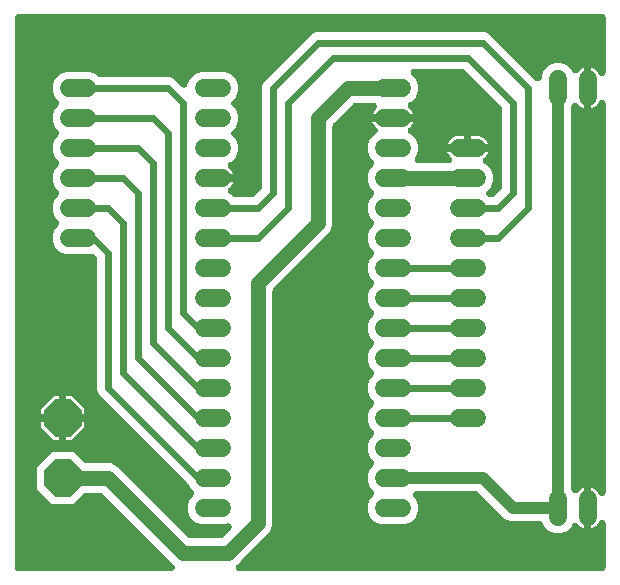
<source format=gbr>
G04 EAGLE Gerber RS-274X export*
G75*
%MOMM*%
%FSLAX34Y34*%
%LPD*%
%INTop Copper*%
%IPPOS*%
%AMOC8*
5,1,8,0,0,1.08239X$1,22.5*%
G01*
%ADD10C,1.524000*%
%ADD11P,3.409096X8X202.500000*%
%ADD12C,0.609600*%
%ADD13C,1.016000*%
%ADD14C,1.270000*%

G36*
X168118Y22864D02*
X168118Y22864D01*
X168156Y22862D01*
X168364Y22884D01*
X168572Y22901D01*
X168609Y22910D01*
X168647Y22914D01*
X168848Y22969D01*
X169051Y23019D01*
X169086Y23034D01*
X169123Y23045D01*
X169312Y23132D01*
X169504Y23214D01*
X169536Y23234D01*
X169571Y23250D01*
X169744Y23367D01*
X169920Y23479D01*
X169949Y23504D01*
X169980Y23526D01*
X170132Y23669D01*
X170288Y23808D01*
X170312Y23837D01*
X170340Y23863D01*
X170467Y24030D01*
X170598Y24192D01*
X170617Y24224D01*
X170640Y24255D01*
X170739Y24439D01*
X170842Y24620D01*
X170855Y24656D01*
X170873Y24690D01*
X170941Y24887D01*
X171014Y25083D01*
X171021Y25120D01*
X171033Y25156D01*
X171068Y25363D01*
X171108Y25567D01*
X171110Y25605D01*
X171116Y25643D01*
X171117Y25852D01*
X171124Y26060D01*
X171119Y26098D01*
X171119Y26136D01*
X171086Y26343D01*
X171059Y26549D01*
X171048Y26586D01*
X171042Y26623D01*
X170977Y26822D01*
X170917Y27021D01*
X170900Y27056D01*
X170888Y27092D01*
X170792Y27277D01*
X170700Y27465D01*
X170678Y27496D01*
X170660Y27530D01*
X170602Y27602D01*
X170414Y27867D01*
X170294Y27989D01*
X170235Y28063D01*
X166820Y31478D01*
X110037Y88261D01*
X109950Y88335D01*
X109870Y88416D01*
X109762Y88494D01*
X109661Y88580D01*
X109563Y88639D01*
X109471Y88706D01*
X109352Y88766D01*
X109238Y88835D01*
X109132Y88877D01*
X109030Y88929D01*
X108904Y88969D01*
X108780Y89018D01*
X108669Y89043D01*
X108560Y89077D01*
X108466Y89087D01*
X108299Y89125D01*
X107974Y89143D01*
X107882Y89153D01*
X95909Y89153D01*
X95795Y89144D01*
X95681Y89145D01*
X95549Y89124D01*
X95417Y89113D01*
X95306Y89086D01*
X95193Y89068D01*
X95067Y89027D01*
X94938Y88995D01*
X94833Y88950D01*
X94725Y88914D01*
X94607Y88852D01*
X94485Y88800D01*
X94388Y88739D01*
X94287Y88686D01*
X94213Y88627D01*
X94069Y88535D01*
X93826Y88319D01*
X93754Y88261D01*
X85248Y79755D01*
X67152Y79755D01*
X54355Y92552D01*
X54355Y110648D01*
X67152Y123445D01*
X85248Y123445D01*
X93754Y114939D01*
X93841Y114865D01*
X93921Y114784D01*
X94028Y114706D01*
X94130Y114620D01*
X94228Y114561D01*
X94320Y114494D01*
X94438Y114434D01*
X94552Y114365D01*
X94659Y114323D01*
X94760Y114271D01*
X94887Y114231D01*
X95010Y114182D01*
X95122Y114157D01*
X95231Y114123D01*
X95324Y114113D01*
X95492Y114075D01*
X95816Y114057D01*
X95909Y114047D01*
X116776Y114047D01*
X121351Y112152D01*
X182063Y51439D01*
X182150Y51365D01*
X182230Y51284D01*
X182338Y51206D01*
X182439Y51120D01*
X182537Y51061D01*
X182629Y50994D01*
X182748Y50934D01*
X182862Y50865D01*
X182968Y50823D01*
X183070Y50771D01*
X183196Y50731D01*
X183320Y50682D01*
X183431Y50657D01*
X183540Y50623D01*
X183634Y50613D01*
X183801Y50575D01*
X184126Y50557D01*
X184218Y50547D01*
X209482Y50547D01*
X209596Y50556D01*
X209710Y50555D01*
X209842Y50576D01*
X209974Y50587D01*
X210085Y50614D01*
X210198Y50632D01*
X210324Y50673D01*
X210453Y50705D01*
X210558Y50750D01*
X210666Y50786D01*
X210784Y50848D01*
X210906Y50900D01*
X211002Y50961D01*
X211104Y51014D01*
X211177Y51073D01*
X211322Y51165D01*
X211564Y51381D01*
X211637Y51439D01*
X218306Y58108D01*
X218398Y58217D01*
X218498Y58319D01*
X218558Y58405D01*
X218625Y58484D01*
X218699Y58607D01*
X218781Y58723D01*
X218826Y58817D01*
X218880Y58907D01*
X218933Y59039D01*
X218995Y59168D01*
X219024Y59268D01*
X219063Y59365D01*
X219094Y59504D01*
X219134Y59641D01*
X219147Y59744D01*
X219170Y59847D01*
X219178Y59989D01*
X219196Y60130D01*
X219192Y60235D01*
X219198Y60339D01*
X219183Y60481D01*
X219177Y60623D01*
X219156Y60726D01*
X219145Y60830D01*
X219108Y60967D01*
X219079Y61107D01*
X219042Y61205D01*
X219015Y61305D01*
X218955Y61435D01*
X218905Y61568D01*
X218853Y61659D01*
X218809Y61754D01*
X218729Y61872D01*
X218658Y61996D01*
X218592Y62077D01*
X218534Y62163D01*
X218436Y62267D01*
X218346Y62377D01*
X218267Y62447D01*
X218196Y62523D01*
X218083Y62609D01*
X217976Y62704D01*
X217887Y62759D01*
X217804Y62823D01*
X217679Y62890D01*
X217558Y62966D01*
X217462Y63007D01*
X217370Y63056D01*
X217235Y63102D01*
X217103Y63158D01*
X217002Y63182D01*
X216903Y63216D01*
X216762Y63240D01*
X216624Y63273D01*
X216520Y63281D01*
X216417Y63299D01*
X216274Y63300D01*
X216132Y63310D01*
X216028Y63301D01*
X215923Y63302D01*
X215782Y63280D01*
X215640Y63267D01*
X215565Y63246D01*
X215436Y63225D01*
X215024Y63089D01*
X214985Y63078D01*
X213548Y62483D01*
X192852Y62483D01*
X187810Y64572D01*
X183952Y68430D01*
X181863Y73472D01*
X181863Y78928D01*
X183952Y83970D01*
X186727Y86745D01*
X186776Y86803D01*
X186832Y86856D01*
X186936Y86991D01*
X187046Y87121D01*
X187086Y87186D01*
X187132Y87247D01*
X187213Y87397D01*
X187301Y87544D01*
X187329Y87615D01*
X187365Y87682D01*
X187421Y87843D01*
X187484Y88002D01*
X187500Y88076D01*
X187525Y88148D01*
X187554Y88317D01*
X187591Y88484D01*
X187595Y88560D01*
X187608Y88635D01*
X187609Y88806D01*
X187618Y88976D01*
X187610Y89052D01*
X187611Y89128D01*
X187584Y89297D01*
X187566Y89467D01*
X187546Y89540D01*
X187534Y89615D01*
X187481Y89778D01*
X187436Y89942D01*
X187404Y90012D01*
X187380Y90084D01*
X187301Y90235D01*
X187230Y90391D01*
X187187Y90454D01*
X187152Y90522D01*
X187086Y90604D01*
X186954Y90800D01*
X186793Y90972D01*
X186727Y91055D01*
X183952Y93830D01*
X183204Y95636D01*
X183199Y95645D01*
X183196Y95654D01*
X183088Y95861D01*
X182979Y96075D01*
X182973Y96083D01*
X182968Y96091D01*
X182943Y96123D01*
X182686Y96472D01*
X182592Y96563D01*
X182543Y96625D01*
X182319Y96849D01*
X106547Y172620D01*
X105155Y175981D01*
X105155Y287050D01*
X105146Y287164D01*
X105147Y287278D01*
X105126Y287409D01*
X105115Y287542D01*
X105088Y287652D01*
X105070Y287765D01*
X105029Y287891D01*
X104997Y288020D01*
X104952Y288125D01*
X104916Y288234D01*
X104855Y288352D01*
X104802Y288474D01*
X104741Y288570D01*
X104688Y288671D01*
X104629Y288745D01*
X104537Y288890D01*
X104321Y289132D01*
X104263Y289205D01*
X102905Y290562D01*
X102739Y290703D01*
X102575Y290848D01*
X102551Y290863D01*
X102530Y290881D01*
X102343Y290994D01*
X102158Y291110D01*
X102131Y291121D01*
X102107Y291136D01*
X101905Y291217D01*
X101703Y291302D01*
X101675Y291309D01*
X101649Y291319D01*
X101436Y291366D01*
X101223Y291418D01*
X101195Y291420D01*
X101167Y291426D01*
X100949Y291438D01*
X100731Y291454D01*
X100703Y291452D01*
X100675Y291454D01*
X100457Y291430D01*
X100240Y291411D01*
X100218Y291405D01*
X100184Y291401D01*
X99708Y291271D01*
X99635Y291237D01*
X99585Y291223D01*
X99248Y291083D01*
X78552Y291083D01*
X73510Y293172D01*
X69652Y297030D01*
X67563Y302072D01*
X67563Y307528D01*
X69652Y312570D01*
X72427Y315345D01*
X72476Y315403D01*
X72532Y315456D01*
X72636Y315591D01*
X72746Y315721D01*
X72786Y315786D01*
X72832Y315847D01*
X72913Y315997D01*
X73001Y316144D01*
X73029Y316215D01*
X73065Y316282D01*
X73121Y316443D01*
X73184Y316602D01*
X73200Y316676D01*
X73225Y316748D01*
X73254Y316917D01*
X73291Y317084D01*
X73295Y317160D01*
X73308Y317235D01*
X73309Y317406D01*
X73318Y317576D01*
X73310Y317652D01*
X73311Y317728D01*
X73284Y317897D01*
X73266Y318067D01*
X73246Y318140D01*
X73234Y318215D01*
X73181Y318378D01*
X73136Y318542D01*
X73104Y318612D01*
X73080Y318684D01*
X73001Y318835D01*
X72930Y318991D01*
X72887Y319054D01*
X72852Y319122D01*
X72786Y319204D01*
X72654Y319400D01*
X72493Y319572D01*
X72427Y319655D01*
X69651Y322430D01*
X67563Y327472D01*
X67563Y332928D01*
X69652Y337970D01*
X72427Y340745D01*
X72476Y340803D01*
X72532Y340856D01*
X72636Y340991D01*
X72746Y341121D01*
X72786Y341186D01*
X72832Y341247D01*
X72913Y341397D01*
X73001Y341544D01*
X73029Y341615D01*
X73065Y341682D01*
X73121Y341843D01*
X73184Y342002D01*
X73200Y342076D01*
X73225Y342148D01*
X73254Y342317D01*
X73291Y342484D01*
X73295Y342560D01*
X73308Y342635D01*
X73309Y342806D01*
X73318Y342976D01*
X73310Y343052D01*
X73311Y343128D01*
X73284Y343297D01*
X73266Y343467D01*
X73246Y343540D01*
X73234Y343615D01*
X73181Y343778D01*
X73136Y343942D01*
X73104Y344012D01*
X73080Y344084D01*
X73001Y344235D01*
X72930Y344391D01*
X72887Y344454D01*
X72852Y344522D01*
X72786Y344604D01*
X72654Y344800D01*
X72493Y344972D01*
X72427Y345055D01*
X69651Y347830D01*
X67563Y352872D01*
X67563Y358328D01*
X69652Y363370D01*
X72427Y366145D01*
X72476Y366203D01*
X72532Y366256D01*
X72636Y366391D01*
X72746Y366521D01*
X72786Y366586D01*
X72832Y366647D01*
X72913Y366797D01*
X73001Y366944D01*
X73029Y367015D01*
X73065Y367082D01*
X73121Y367243D01*
X73184Y367402D01*
X73200Y367476D01*
X73225Y367548D01*
X73254Y367717D01*
X73291Y367884D01*
X73295Y367960D01*
X73308Y368035D01*
X73309Y368206D01*
X73318Y368376D01*
X73310Y368452D01*
X73311Y368528D01*
X73284Y368697D01*
X73266Y368867D01*
X73246Y368940D01*
X73234Y369015D01*
X73181Y369178D01*
X73136Y369342D01*
X73104Y369412D01*
X73080Y369484D01*
X73001Y369635D01*
X72930Y369791D01*
X72887Y369854D01*
X72852Y369922D01*
X72786Y370004D01*
X72654Y370200D01*
X72493Y370372D01*
X72427Y370455D01*
X69651Y373230D01*
X67563Y378272D01*
X67563Y383728D01*
X69652Y388770D01*
X72427Y391545D01*
X72476Y391603D01*
X72532Y391656D01*
X72636Y391791D01*
X72746Y391921D01*
X72786Y391986D01*
X72832Y392047D01*
X72913Y392197D01*
X73001Y392344D01*
X73029Y392415D01*
X73065Y392482D01*
X73121Y392643D01*
X73184Y392802D01*
X73200Y392876D01*
X73225Y392948D01*
X73254Y393117D01*
X73291Y393284D01*
X73295Y393360D01*
X73308Y393435D01*
X73309Y393606D01*
X73318Y393776D01*
X73310Y393852D01*
X73311Y393928D01*
X73284Y394097D01*
X73266Y394267D01*
X73246Y394340D01*
X73234Y394415D01*
X73181Y394578D01*
X73136Y394742D01*
X73104Y394812D01*
X73080Y394884D01*
X73001Y395035D01*
X72930Y395191D01*
X72887Y395254D01*
X72852Y395322D01*
X72786Y395404D01*
X72654Y395600D01*
X72493Y395772D01*
X72427Y395855D01*
X69651Y398630D01*
X67563Y403672D01*
X67563Y409128D01*
X69652Y414170D01*
X72427Y416945D01*
X72476Y417003D01*
X72532Y417056D01*
X72636Y417191D01*
X72746Y417321D01*
X72786Y417386D01*
X72832Y417447D01*
X72913Y417597D01*
X73001Y417744D01*
X73029Y417815D01*
X73065Y417882D01*
X73121Y418043D01*
X73184Y418202D01*
X73200Y418276D01*
X73225Y418348D01*
X73254Y418517D01*
X73291Y418684D01*
X73295Y418760D01*
X73308Y418835D01*
X73309Y419006D01*
X73318Y419176D01*
X73310Y419252D01*
X73311Y419328D01*
X73284Y419497D01*
X73266Y419667D01*
X73246Y419740D01*
X73234Y419815D01*
X73181Y419978D01*
X73136Y420142D01*
X73104Y420212D01*
X73080Y420284D01*
X73001Y420435D01*
X72930Y420591D01*
X72887Y420654D01*
X72852Y420722D01*
X72786Y420804D01*
X72654Y421000D01*
X72493Y421172D01*
X72427Y421255D01*
X69651Y424030D01*
X67563Y429072D01*
X67563Y434528D01*
X69652Y439570D01*
X73510Y443428D01*
X78552Y445517D01*
X99248Y445517D01*
X104290Y443429D01*
X105881Y441837D01*
X105968Y441763D01*
X106048Y441682D01*
X106156Y441604D01*
X106257Y441518D01*
X106355Y441459D01*
X106447Y441392D01*
X106566Y441332D01*
X106680Y441263D01*
X106786Y441221D01*
X106888Y441169D01*
X107014Y441129D01*
X107138Y441080D01*
X107249Y441055D01*
X107358Y441021D01*
X107452Y441011D01*
X107619Y440973D01*
X107944Y440955D01*
X108036Y440945D01*
X166919Y440945D01*
X170280Y439553D01*
X176717Y433115D01*
X176855Y432999D01*
X176987Y432876D01*
X177043Y432839D01*
X177093Y432796D01*
X177248Y432703D01*
X177398Y432603D01*
X177459Y432576D01*
X177516Y432541D01*
X177683Y432474D01*
X177848Y432400D01*
X177912Y432383D01*
X177974Y432358D01*
X178150Y432319D01*
X178324Y432272D01*
X178391Y432266D01*
X178456Y432251D01*
X178636Y432241D01*
X178815Y432223D01*
X178882Y432227D01*
X178948Y432224D01*
X179128Y432243D01*
X179308Y432254D01*
X179373Y432269D01*
X179439Y432276D01*
X179613Y432324D01*
X179789Y432364D01*
X179850Y432389D01*
X179914Y432407D01*
X180079Y432482D01*
X180246Y432550D01*
X180302Y432584D01*
X180363Y432612D01*
X180513Y432713D01*
X180667Y432807D01*
X180717Y432851D01*
X180772Y432888D01*
X180904Y433011D01*
X181040Y433129D01*
X181083Y433180D01*
X181132Y433225D01*
X181241Y433368D01*
X181358Y433507D01*
X181383Y433553D01*
X181432Y433617D01*
X181665Y434052D01*
X181676Y434083D01*
X181687Y434104D01*
X183952Y439570D01*
X187810Y443428D01*
X192852Y445517D01*
X213548Y445517D01*
X218590Y443428D01*
X222448Y439570D01*
X224537Y434528D01*
X224537Y429072D01*
X222449Y424030D01*
X219673Y421255D01*
X219624Y421197D01*
X219568Y421145D01*
X219464Y421009D01*
X219354Y420879D01*
X219314Y420813D01*
X219268Y420753D01*
X219187Y420603D01*
X219099Y420456D01*
X219071Y420386D01*
X219035Y420318D01*
X218979Y420157D01*
X218916Y419998D01*
X218900Y419924D01*
X218875Y419852D01*
X218846Y419683D01*
X218809Y419517D01*
X218805Y419440D01*
X218792Y419365D01*
X218791Y419194D01*
X218782Y419024D01*
X218790Y418948D01*
X218789Y418872D01*
X218816Y418703D01*
X218834Y418533D01*
X218854Y418460D01*
X218866Y418385D01*
X218919Y418222D01*
X218964Y418058D01*
X218996Y417988D01*
X219020Y417916D01*
X219099Y417764D01*
X219170Y417609D01*
X219213Y417546D01*
X219248Y417478D01*
X219314Y417396D01*
X219446Y417200D01*
X219586Y417050D01*
X219590Y417044D01*
X219610Y417025D01*
X219673Y416945D01*
X222448Y414170D01*
X224537Y409128D01*
X224537Y403672D01*
X222449Y398630D01*
X219673Y395855D01*
X219624Y395797D01*
X219568Y395745D01*
X219464Y395609D01*
X219354Y395479D01*
X219314Y395413D01*
X219268Y395353D01*
X219187Y395203D01*
X219099Y395056D01*
X219071Y394986D01*
X219035Y394918D01*
X218979Y394757D01*
X218916Y394598D01*
X218900Y394524D01*
X218875Y394452D01*
X218846Y394283D01*
X218809Y394117D01*
X218805Y394040D01*
X218792Y393965D01*
X218791Y393794D01*
X218782Y393624D01*
X218790Y393548D01*
X218789Y393472D01*
X218816Y393303D01*
X218834Y393133D01*
X218854Y393060D01*
X218866Y392985D01*
X218919Y392822D01*
X218964Y392658D01*
X218996Y392588D01*
X219020Y392516D01*
X219099Y392364D01*
X219170Y392209D01*
X219213Y392146D01*
X219248Y392078D01*
X219314Y391996D01*
X219446Y391800D01*
X219608Y391628D01*
X219673Y391545D01*
X222448Y388770D01*
X224537Y383728D01*
X224537Y378272D01*
X222448Y373230D01*
X218590Y369372D01*
X217606Y368964D01*
X217452Y368885D01*
X217294Y368814D01*
X217233Y368773D01*
X217167Y368739D01*
X217028Y368636D01*
X216884Y368540D01*
X216829Y368490D01*
X216770Y368446D01*
X216649Y368322D01*
X216522Y368204D01*
X216477Y368146D01*
X216425Y368093D01*
X216326Y367951D01*
X216220Y367814D01*
X216185Y367749D01*
X216142Y367689D01*
X216067Y367533D01*
X215985Y367381D01*
X215960Y367311D01*
X215928Y367244D01*
X215879Y367078D01*
X215823Y366915D01*
X215810Y366842D01*
X215789Y366771D01*
X215767Y366599D01*
X215738Y366429D01*
X215737Y366355D01*
X215728Y366281D01*
X215734Y366109D01*
X215732Y365936D01*
X215743Y365862D01*
X215746Y365788D01*
X215780Y365619D01*
X215806Y365448D01*
X215829Y365377D01*
X215844Y365305D01*
X215905Y365143D01*
X215958Y364979D01*
X215992Y364913D01*
X216018Y364843D01*
X216105Y364694D01*
X216184Y364540D01*
X216228Y364480D01*
X216265Y364416D01*
X216374Y364283D01*
X216477Y364143D01*
X216520Y364104D01*
X216577Y364034D01*
X216947Y363708D01*
X216968Y363695D01*
X216981Y363683D01*
X217439Y363350D01*
X218570Y362219D01*
X219510Y360925D01*
X220236Y359500D01*
X220513Y358647D01*
X203200Y358647D01*
X203124Y358641D01*
X203048Y358644D01*
X202879Y358621D01*
X202709Y358607D01*
X202635Y358589D01*
X202559Y358579D01*
X202395Y358530D01*
X202230Y358489D01*
X202160Y358459D01*
X202087Y358437D01*
X201933Y358362D01*
X201776Y358294D01*
X201712Y358253D01*
X201644Y358220D01*
X201504Y358121D01*
X201360Y358029D01*
X201304Y357978D01*
X201241Y357934D01*
X201120Y357814D01*
X200992Y357700D01*
X200945Y357641D01*
X200890Y357588D01*
X200790Y357449D01*
X200683Y357317D01*
X200645Y357250D01*
X200600Y357189D01*
X200523Y357036D01*
X200439Y356888D01*
X200412Y356816D01*
X200378Y356748D01*
X200326Y356586D01*
X200267Y356425D01*
X200252Y356351D01*
X200229Y356278D01*
X200218Y356173D01*
X200172Y355941D01*
X200165Y355705D01*
X200153Y355600D01*
X200159Y355524D01*
X200157Y355448D01*
X200179Y355278D01*
X200193Y355108D01*
X200211Y355034D01*
X200221Y354959D01*
X200271Y354795D01*
X200312Y354629D01*
X200342Y354559D01*
X200364Y354486D01*
X200439Y354333D01*
X200506Y354176D01*
X200547Y354112D01*
X200581Y354043D01*
X200680Y353904D01*
X200771Y353760D01*
X200822Y353703D01*
X200866Y353641D01*
X200986Y353519D01*
X201100Y353392D01*
X201159Y353344D01*
X201213Y353290D01*
X201351Y353189D01*
X201484Y353082D01*
X201550Y353044D01*
X201612Y352999D01*
X201764Y352923D01*
X201913Y352838D01*
X201984Y352811D01*
X202052Y352777D01*
X202215Y352726D01*
X202375Y352666D01*
X202450Y352652D01*
X202523Y352629D01*
X202627Y352617D01*
X202859Y352572D01*
X203095Y352564D01*
X203200Y352553D01*
X220513Y352553D01*
X220236Y351700D01*
X219510Y350275D01*
X218570Y348981D01*
X217439Y347850D01*
X216981Y347517D01*
X216850Y347404D01*
X216713Y347298D01*
X216663Y347244D01*
X216606Y347195D01*
X216495Y347063D01*
X216377Y346936D01*
X216336Y346874D01*
X216289Y346818D01*
X216200Y346669D01*
X216105Y346525D01*
X216074Y346458D01*
X216036Y346394D01*
X215973Y346233D01*
X215902Y346076D01*
X215883Y346004D01*
X215856Y345935D01*
X215819Y345766D01*
X215774Y345599D01*
X215767Y345525D01*
X215751Y345453D01*
X215742Y345280D01*
X215725Y345108D01*
X215730Y345034D01*
X215726Y344960D01*
X215745Y344788D01*
X215756Y344616D01*
X215772Y344544D01*
X215781Y344470D01*
X215827Y344303D01*
X215866Y344135D01*
X215894Y344066D01*
X215914Y343995D01*
X215986Y343838D01*
X216052Y343678D01*
X216090Y343615D01*
X216122Y343547D01*
X216219Y343405D01*
X216309Y343257D01*
X216357Y343201D01*
X216399Y343140D01*
X216518Y343014D01*
X216631Y342883D01*
X216688Y342835D01*
X216739Y342782D01*
X216876Y342677D01*
X217009Y342566D01*
X217060Y342538D01*
X217132Y342483D01*
X217567Y342252D01*
X217591Y342244D01*
X217606Y342236D01*
X218590Y341828D01*
X220181Y340237D01*
X220268Y340163D01*
X220348Y340082D01*
X220456Y340004D01*
X220557Y339918D01*
X220655Y339859D01*
X220747Y339792D01*
X220866Y339732D01*
X220980Y339663D01*
X221086Y339621D01*
X221188Y339569D01*
X221314Y339529D01*
X221438Y339480D01*
X221549Y339455D01*
X221658Y339421D01*
X221752Y339411D01*
X221919Y339373D01*
X222244Y339355D01*
X222336Y339345D01*
X236250Y339345D01*
X236364Y339354D01*
X236478Y339353D01*
X236609Y339374D01*
X236742Y339385D01*
X236852Y339412D01*
X236965Y339430D01*
X237092Y339471D01*
X237220Y339503D01*
X237325Y339548D01*
X237434Y339584D01*
X237552Y339646D01*
X237674Y339698D01*
X237770Y339759D01*
X237871Y339812D01*
X237945Y339871D01*
X238090Y339963D01*
X238332Y340179D01*
X238405Y340237D01*
X243963Y345795D01*
X244037Y345882D01*
X244118Y345963D01*
X244196Y346070D01*
X244282Y346171D01*
X244341Y346269D01*
X244408Y346361D01*
X244468Y346480D01*
X244537Y346594D01*
X244579Y346700D01*
X244631Y346802D01*
X244671Y346929D01*
X244720Y347052D01*
X244745Y347163D01*
X244779Y347272D01*
X244789Y347366D01*
X244827Y347534D01*
X244845Y347858D01*
X244855Y347950D01*
X244855Y433619D01*
X246247Y436980D01*
X286920Y477653D01*
X290281Y479045D01*
X433619Y479045D01*
X436980Y477653D01*
X474651Y439981D01*
X476381Y438251D01*
X476410Y438227D01*
X476436Y438198D01*
X476598Y438067D01*
X476757Y437932D01*
X476790Y437912D01*
X476820Y437888D01*
X477001Y437785D01*
X477180Y437677D01*
X477215Y437663D01*
X477248Y437644D01*
X477444Y437571D01*
X477638Y437494D01*
X477675Y437486D01*
X477711Y437473D01*
X477915Y437433D01*
X478119Y437387D01*
X478158Y437385D01*
X478195Y437378D01*
X478403Y437371D01*
X478612Y437360D01*
X478650Y437364D01*
X478688Y437363D01*
X478895Y437390D01*
X479103Y437412D01*
X479139Y437422D01*
X479177Y437427D01*
X479378Y437487D01*
X479578Y437543D01*
X479613Y437558D01*
X479650Y437569D01*
X479837Y437661D01*
X480027Y437748D01*
X480058Y437770D01*
X480093Y437786D01*
X480263Y437907D01*
X480436Y438024D01*
X480464Y438050D01*
X480495Y438072D01*
X480643Y438219D01*
X480796Y438361D01*
X480819Y438392D01*
X480846Y438419D01*
X480969Y438587D01*
X481096Y438753D01*
X481114Y438787D01*
X481136Y438817D01*
X481230Y439004D01*
X481329Y439188D01*
X481341Y439224D01*
X481359Y439258D01*
X481422Y439457D01*
X481489Y439654D01*
X481495Y439692D01*
X481507Y439728D01*
X481517Y439821D01*
X481572Y440141D01*
X481573Y440313D01*
X481583Y440406D01*
X481583Y442148D01*
X483672Y447190D01*
X487530Y451048D01*
X492572Y453137D01*
X498028Y453137D01*
X503070Y451048D01*
X506928Y447190D01*
X507336Y446206D01*
X507415Y446052D01*
X507486Y445894D01*
X507527Y445833D01*
X507561Y445767D01*
X507664Y445627D01*
X507760Y445484D01*
X507810Y445429D01*
X507854Y445370D01*
X507978Y445249D01*
X508096Y445123D01*
X508154Y445077D01*
X508207Y445025D01*
X508349Y444926D01*
X508486Y444820D01*
X508551Y444785D01*
X508611Y444742D01*
X508767Y444667D01*
X508919Y444585D01*
X508989Y444561D01*
X509056Y444528D01*
X509222Y444479D01*
X509385Y444423D01*
X509458Y444410D01*
X509529Y444389D01*
X509701Y444367D01*
X509871Y444338D01*
X509945Y444337D01*
X510019Y444328D01*
X510191Y444334D01*
X510364Y444332D01*
X510438Y444343D01*
X510512Y444346D01*
X510681Y444380D01*
X510852Y444406D01*
X510922Y444429D01*
X510995Y444444D01*
X511157Y444505D01*
X511321Y444558D01*
X511387Y444592D01*
X511457Y444618D01*
X511606Y444705D01*
X511760Y444784D01*
X511820Y444828D01*
X511884Y444865D01*
X512018Y444975D01*
X512157Y445077D01*
X512196Y445120D01*
X512266Y445177D01*
X512592Y445547D01*
X512605Y445568D01*
X512617Y445581D01*
X512950Y446039D01*
X514081Y447170D01*
X515375Y448110D01*
X516800Y448836D01*
X517653Y449113D01*
X517653Y431800D01*
X517653Y414487D01*
X516800Y414764D01*
X515375Y415490D01*
X514081Y416430D01*
X512950Y417561D01*
X512617Y418019D01*
X512504Y418150D01*
X512398Y418287D01*
X512344Y418337D01*
X512295Y418394D01*
X512163Y418505D01*
X512036Y418622D01*
X511974Y418664D01*
X511918Y418711D01*
X511770Y418799D01*
X511625Y418895D01*
X511558Y418926D01*
X511494Y418964D01*
X511333Y419027D01*
X511176Y419098D01*
X511104Y419117D01*
X511035Y419144D01*
X510866Y419181D01*
X510699Y419226D01*
X510625Y419233D01*
X510553Y419249D01*
X510380Y419258D01*
X510208Y419275D01*
X510134Y419270D01*
X510060Y419274D01*
X509888Y419255D01*
X509716Y419244D01*
X509644Y419228D01*
X509570Y419219D01*
X509403Y419173D01*
X509235Y419134D01*
X509166Y419106D01*
X509095Y419086D01*
X508938Y419014D01*
X508778Y418948D01*
X508715Y418910D01*
X508647Y418878D01*
X508505Y418781D01*
X508357Y418691D01*
X508301Y418643D01*
X508239Y418601D01*
X508114Y418482D01*
X507983Y418369D01*
X507935Y418312D01*
X507882Y418261D01*
X507777Y418123D01*
X507666Y417991D01*
X507638Y417940D01*
X507583Y417868D01*
X507352Y417432D01*
X507345Y417409D01*
X507336Y417394D01*
X506709Y415879D01*
X506706Y415870D01*
X506701Y415862D01*
X506630Y415634D01*
X506557Y415410D01*
X506556Y415400D01*
X506553Y415391D01*
X506548Y415351D01*
X506484Y414922D01*
X506486Y414791D01*
X506477Y414713D01*
X506477Y93287D01*
X506478Y93277D01*
X506477Y93267D01*
X506498Y93030D01*
X506517Y92795D01*
X506519Y92786D01*
X506520Y92776D01*
X506531Y92737D01*
X506635Y92316D01*
X506687Y92196D01*
X506709Y92121D01*
X507336Y90606D01*
X507415Y90452D01*
X507486Y90294D01*
X507527Y90233D01*
X507561Y90167D01*
X507664Y90027D01*
X507760Y89884D01*
X507810Y89829D01*
X507854Y89770D01*
X507978Y89649D01*
X508096Y89523D01*
X508154Y89477D01*
X508207Y89425D01*
X508349Y89326D01*
X508486Y89220D01*
X508551Y89185D01*
X508611Y89142D01*
X508767Y89067D01*
X508919Y88985D01*
X508989Y88961D01*
X509056Y88928D01*
X509222Y88879D01*
X509385Y88823D01*
X509458Y88810D01*
X509529Y88789D01*
X509701Y88767D01*
X509871Y88738D01*
X509945Y88737D01*
X510019Y88728D01*
X510191Y88734D01*
X510364Y88732D01*
X510438Y88743D01*
X510512Y88746D01*
X510681Y88780D01*
X510852Y88806D01*
X510922Y88829D01*
X510995Y88844D01*
X511157Y88905D01*
X511321Y88958D01*
X511387Y88992D01*
X511457Y89018D01*
X511606Y89105D01*
X511760Y89184D01*
X511820Y89228D01*
X511884Y89265D01*
X512018Y89375D01*
X512157Y89477D01*
X512196Y89520D01*
X512266Y89577D01*
X512592Y89947D01*
X512605Y89968D01*
X512617Y89981D01*
X512950Y90439D01*
X514081Y91570D01*
X515375Y92510D01*
X516800Y93236D01*
X517653Y93513D01*
X517653Y76200D01*
X517653Y58887D01*
X516800Y59164D01*
X515375Y59890D01*
X514081Y60830D01*
X512950Y61961D01*
X512617Y62419D01*
X512504Y62550D01*
X512398Y62687D01*
X512344Y62737D01*
X512295Y62794D01*
X512163Y62905D01*
X512036Y63022D01*
X511974Y63064D01*
X511918Y63111D01*
X511770Y63199D01*
X511625Y63295D01*
X511558Y63326D01*
X511494Y63364D01*
X511333Y63427D01*
X511176Y63498D01*
X511104Y63517D01*
X511035Y63544D01*
X510866Y63581D01*
X510699Y63626D01*
X510625Y63633D01*
X510553Y63649D01*
X510380Y63658D01*
X510208Y63675D01*
X510134Y63670D01*
X510060Y63674D01*
X509888Y63655D01*
X509716Y63644D01*
X509644Y63628D01*
X509570Y63619D01*
X509403Y63573D01*
X509235Y63534D01*
X509166Y63506D01*
X509095Y63486D01*
X508938Y63413D01*
X508778Y63348D01*
X508715Y63310D01*
X508647Y63278D01*
X508504Y63181D01*
X508357Y63091D01*
X508301Y63043D01*
X508239Y63001D01*
X508114Y62882D01*
X507983Y62769D01*
X507935Y62712D01*
X507882Y62661D01*
X507777Y62524D01*
X507666Y62391D01*
X507638Y62340D01*
X507583Y62268D01*
X507352Y61832D01*
X507345Y61809D01*
X507336Y61794D01*
X506928Y60810D01*
X503070Y56952D01*
X498028Y54863D01*
X492572Y54863D01*
X487530Y56952D01*
X483671Y60810D01*
X482706Y63142D01*
X482606Y63336D01*
X482510Y63533D01*
X482493Y63556D01*
X482480Y63581D01*
X482351Y63757D01*
X482224Y63935D01*
X482204Y63955D01*
X482187Y63978D01*
X482032Y64130D01*
X481878Y64286D01*
X481855Y64303D01*
X481834Y64323D01*
X481655Y64448D01*
X481479Y64576D01*
X481454Y64589D01*
X481430Y64606D01*
X481233Y64701D01*
X481038Y64799D01*
X481011Y64807D01*
X480986Y64820D01*
X480776Y64881D01*
X480568Y64947D01*
X480545Y64950D01*
X480513Y64959D01*
X480023Y65020D01*
X479943Y65017D01*
X479890Y65023D01*
X454977Y65023D01*
X450869Y66725D01*
X428063Y89531D01*
X427976Y89605D01*
X427896Y89686D01*
X427788Y89764D01*
X427687Y89850D01*
X427589Y89909D01*
X427497Y89976D01*
X427379Y90036D01*
X427264Y90105D01*
X427158Y90147D01*
X427056Y90199D01*
X426930Y90239D01*
X426806Y90288D01*
X426695Y90313D01*
X426586Y90347D01*
X426492Y90357D01*
X426325Y90395D01*
X426000Y90413D01*
X425908Y90423D01*
X375752Y90423D01*
X375714Y90420D01*
X375676Y90422D01*
X375468Y90400D01*
X375260Y90383D01*
X375223Y90374D01*
X375185Y90370D01*
X374984Y90315D01*
X374781Y90265D01*
X374746Y90250D01*
X374709Y90239D01*
X374519Y90152D01*
X374328Y90070D01*
X374296Y90050D01*
X374261Y90034D01*
X374087Y89917D01*
X373912Y89805D01*
X373883Y89780D01*
X373852Y89758D01*
X373700Y89615D01*
X373544Y89476D01*
X373520Y89447D01*
X373492Y89420D01*
X373365Y89255D01*
X373234Y89092D01*
X373215Y89059D01*
X373192Y89029D01*
X373093Y88845D01*
X372990Y88664D01*
X372977Y88628D01*
X372959Y88594D01*
X372891Y88397D01*
X372818Y88201D01*
X372811Y88164D01*
X372799Y88128D01*
X372764Y87921D01*
X372724Y87717D01*
X372723Y87679D01*
X372716Y87641D01*
X372715Y87432D01*
X372708Y87224D01*
X372713Y87186D01*
X372713Y87148D01*
X372746Y86941D01*
X372773Y86735D01*
X372784Y86698D01*
X372790Y86661D01*
X372855Y86462D01*
X372915Y86263D01*
X372932Y86228D01*
X372944Y86192D01*
X373041Y86007D01*
X373132Y85819D01*
X373154Y85788D01*
X373172Y85754D01*
X373230Y85682D01*
X373418Y85417D01*
X373538Y85295D01*
X373597Y85221D01*
X374849Y83970D01*
X376937Y78928D01*
X376937Y73472D01*
X374848Y68430D01*
X370990Y64572D01*
X365948Y62483D01*
X345252Y62483D01*
X340210Y64572D01*
X336352Y68430D01*
X334263Y73472D01*
X334263Y78928D01*
X336352Y83970D01*
X339127Y86745D01*
X339176Y86803D01*
X339232Y86856D01*
X339336Y86991D01*
X339446Y87121D01*
X339486Y87186D01*
X339532Y87247D01*
X339613Y87397D01*
X339701Y87544D01*
X339729Y87615D01*
X339765Y87682D01*
X339821Y87843D01*
X339884Y88002D01*
X339900Y88076D01*
X339925Y88148D01*
X339954Y88317D01*
X339991Y88484D01*
X339995Y88560D01*
X340008Y88635D01*
X340009Y88806D01*
X340018Y88976D01*
X340010Y89052D01*
X340011Y89128D01*
X339984Y89297D01*
X339966Y89467D01*
X339946Y89540D01*
X339934Y89615D01*
X339881Y89778D01*
X339836Y89942D01*
X339804Y90012D01*
X339780Y90084D01*
X339701Y90235D01*
X339630Y90391D01*
X339587Y90454D01*
X339552Y90522D01*
X339486Y90604D01*
X339354Y90800D01*
X339193Y90972D01*
X339127Y91055D01*
X336351Y93830D01*
X334263Y98872D01*
X334263Y104328D01*
X336352Y109370D01*
X339127Y112145D01*
X339143Y112165D01*
X339158Y112178D01*
X339187Y112213D01*
X339232Y112256D01*
X339336Y112391D01*
X339446Y112521D01*
X339486Y112586D01*
X339532Y112647D01*
X339613Y112797D01*
X339701Y112944D01*
X339729Y113015D01*
X339765Y113082D01*
X339821Y113243D01*
X339884Y113402D01*
X339900Y113476D01*
X339925Y113548D01*
X339954Y113717D01*
X339991Y113884D01*
X339995Y113960D01*
X340008Y114035D01*
X340009Y114206D01*
X340018Y114376D01*
X340010Y114452D01*
X340011Y114528D01*
X339984Y114697D01*
X339966Y114867D01*
X339946Y114940D01*
X339934Y115015D01*
X339881Y115178D01*
X339836Y115342D01*
X339804Y115412D01*
X339780Y115484D01*
X339701Y115635D01*
X339630Y115791D01*
X339587Y115854D01*
X339552Y115922D01*
X339486Y116004D01*
X339354Y116200D01*
X339193Y116372D01*
X339127Y116455D01*
X336351Y119230D01*
X334263Y124272D01*
X334263Y129728D01*
X336352Y134770D01*
X339127Y137545D01*
X339176Y137603D01*
X339232Y137656D01*
X339336Y137791D01*
X339446Y137921D01*
X339486Y137986D01*
X339532Y138047D01*
X339613Y138197D01*
X339701Y138344D01*
X339729Y138415D01*
X339765Y138482D01*
X339821Y138643D01*
X339884Y138802D01*
X339900Y138876D01*
X339925Y138948D01*
X339954Y139117D01*
X339991Y139284D01*
X339995Y139360D01*
X340008Y139435D01*
X340009Y139606D01*
X340018Y139776D01*
X340010Y139852D01*
X340011Y139928D01*
X339984Y140097D01*
X339966Y140267D01*
X339946Y140340D01*
X339934Y140415D01*
X339881Y140578D01*
X339836Y140742D01*
X339804Y140812D01*
X339780Y140884D01*
X339701Y141035D01*
X339630Y141191D01*
X339587Y141254D01*
X339552Y141322D01*
X339486Y141404D01*
X339354Y141600D01*
X339193Y141772D01*
X339127Y141855D01*
X336351Y144630D01*
X334263Y149672D01*
X334263Y155128D01*
X336352Y160170D01*
X339127Y162945D01*
X339176Y163003D01*
X339232Y163056D01*
X339336Y163191D01*
X339446Y163321D01*
X339486Y163386D01*
X339532Y163447D01*
X339613Y163597D01*
X339701Y163744D01*
X339729Y163815D01*
X339765Y163882D01*
X339821Y164043D01*
X339884Y164202D01*
X339900Y164276D01*
X339925Y164348D01*
X339954Y164517D01*
X339991Y164684D01*
X339995Y164760D01*
X340008Y164835D01*
X340009Y165006D01*
X340018Y165176D01*
X340010Y165252D01*
X340011Y165328D01*
X339984Y165497D01*
X339966Y165667D01*
X339946Y165740D01*
X339934Y165815D01*
X339881Y165978D01*
X339836Y166142D01*
X339804Y166212D01*
X339780Y166284D01*
X339701Y166435D01*
X339630Y166591D01*
X339587Y166654D01*
X339552Y166722D01*
X339486Y166804D01*
X339354Y167000D01*
X339193Y167172D01*
X339127Y167255D01*
X336351Y170030D01*
X334263Y175072D01*
X334263Y180528D01*
X336351Y185570D01*
X339127Y188345D01*
X339136Y188356D01*
X339139Y188359D01*
X339154Y188377D01*
X339176Y188403D01*
X339232Y188455D01*
X339336Y188591D01*
X339446Y188721D01*
X339486Y188787D01*
X339532Y188847D01*
X339613Y188997D01*
X339701Y189144D01*
X339729Y189214D01*
X339765Y189282D01*
X339821Y189443D01*
X339884Y189602D01*
X339900Y189676D01*
X339925Y189748D01*
X339954Y189917D01*
X339991Y190083D01*
X339995Y190160D01*
X340008Y190235D01*
X340009Y190406D01*
X340018Y190576D01*
X340010Y190652D01*
X340011Y190728D01*
X339984Y190897D01*
X339966Y191067D01*
X339946Y191140D01*
X339934Y191215D01*
X339881Y191378D01*
X339836Y191542D01*
X339804Y191612D01*
X339780Y191684D01*
X339701Y191836D01*
X339630Y191991D01*
X339587Y192054D01*
X339552Y192122D01*
X339486Y192204D01*
X339354Y192400D01*
X339192Y192572D01*
X339127Y192655D01*
X336352Y195430D01*
X334263Y200472D01*
X334263Y205928D01*
X336352Y210970D01*
X339127Y213745D01*
X339176Y213803D01*
X339232Y213856D01*
X339336Y213991D01*
X339446Y214121D01*
X339486Y214186D01*
X339532Y214247D01*
X339613Y214397D01*
X339701Y214544D01*
X339729Y214615D01*
X339765Y214682D01*
X339821Y214843D01*
X339884Y215002D01*
X339900Y215076D01*
X339925Y215148D01*
X339954Y215317D01*
X339991Y215484D01*
X339995Y215560D01*
X340008Y215635D01*
X340009Y215806D01*
X340018Y215976D01*
X340010Y216052D01*
X340011Y216128D01*
X339984Y216297D01*
X339966Y216467D01*
X339946Y216540D01*
X339934Y216615D01*
X339881Y216778D01*
X339836Y216942D01*
X339804Y217012D01*
X339780Y217084D01*
X339701Y217235D01*
X339630Y217391D01*
X339587Y217454D01*
X339552Y217522D01*
X339486Y217604D01*
X339354Y217800D01*
X339193Y217972D01*
X339127Y218055D01*
X336351Y220830D01*
X334263Y225872D01*
X334263Y231328D01*
X336352Y236370D01*
X339127Y239145D01*
X339176Y239203D01*
X339232Y239256D01*
X339336Y239391D01*
X339446Y239521D01*
X339486Y239586D01*
X339532Y239647D01*
X339613Y239797D01*
X339701Y239944D01*
X339729Y240015D01*
X339765Y240082D01*
X339821Y240243D01*
X339884Y240402D01*
X339900Y240476D01*
X339925Y240548D01*
X339954Y240717D01*
X339991Y240884D01*
X339995Y240960D01*
X340008Y241035D01*
X340009Y241206D01*
X340018Y241376D01*
X340010Y241452D01*
X340011Y241528D01*
X339984Y241697D01*
X339966Y241867D01*
X339946Y241940D01*
X339934Y242015D01*
X339881Y242178D01*
X339836Y242342D01*
X339804Y242412D01*
X339780Y242484D01*
X339701Y242635D01*
X339630Y242791D01*
X339587Y242854D01*
X339552Y242922D01*
X339486Y243004D01*
X339354Y243200D01*
X339193Y243372D01*
X339127Y243455D01*
X336351Y246230D01*
X334263Y251272D01*
X334263Y256728D01*
X336352Y261770D01*
X339127Y264545D01*
X339176Y264603D01*
X339232Y264656D01*
X339336Y264791D01*
X339446Y264921D01*
X339486Y264986D01*
X339532Y265047D01*
X339613Y265197D01*
X339701Y265344D01*
X339729Y265415D01*
X339765Y265482D01*
X339821Y265643D01*
X339884Y265802D01*
X339900Y265876D01*
X339925Y265948D01*
X339954Y266117D01*
X339991Y266284D01*
X339995Y266360D01*
X340008Y266435D01*
X340009Y266606D01*
X340018Y266776D01*
X340010Y266852D01*
X340011Y266928D01*
X339984Y267097D01*
X339966Y267267D01*
X339946Y267340D01*
X339934Y267415D01*
X339881Y267578D01*
X339836Y267742D01*
X339804Y267812D01*
X339780Y267884D01*
X339701Y268035D01*
X339630Y268191D01*
X339587Y268254D01*
X339552Y268322D01*
X339486Y268404D01*
X339354Y268600D01*
X339193Y268772D01*
X339127Y268855D01*
X336351Y271630D01*
X334263Y276672D01*
X334263Y282128D01*
X336352Y287170D01*
X339127Y289945D01*
X339176Y290003D01*
X339232Y290056D01*
X339336Y290191D01*
X339446Y290321D01*
X339486Y290386D01*
X339532Y290447D01*
X339613Y290597D01*
X339701Y290744D01*
X339729Y290815D01*
X339765Y290882D01*
X339821Y291043D01*
X339884Y291202D01*
X339900Y291276D01*
X339925Y291348D01*
X339954Y291517D01*
X339991Y291684D01*
X339995Y291760D01*
X340008Y291835D01*
X340009Y292006D01*
X340018Y292176D01*
X340010Y292252D01*
X340011Y292328D01*
X339984Y292497D01*
X339966Y292667D01*
X339946Y292740D01*
X339934Y292815D01*
X339881Y292978D01*
X339836Y293142D01*
X339804Y293212D01*
X339780Y293284D01*
X339701Y293435D01*
X339630Y293591D01*
X339587Y293654D01*
X339552Y293722D01*
X339486Y293804D01*
X339354Y294000D01*
X339193Y294172D01*
X339127Y294255D01*
X336351Y297030D01*
X334263Y302072D01*
X334263Y307528D01*
X336352Y312570D01*
X339127Y315345D01*
X339176Y315403D01*
X339232Y315456D01*
X339336Y315591D01*
X339446Y315721D01*
X339486Y315786D01*
X339532Y315847D01*
X339613Y315997D01*
X339701Y316144D01*
X339729Y316215D01*
X339765Y316282D01*
X339821Y316443D01*
X339884Y316602D01*
X339900Y316676D01*
X339925Y316748D01*
X339954Y316917D01*
X339991Y317084D01*
X339995Y317160D01*
X340008Y317235D01*
X340009Y317406D01*
X340018Y317576D01*
X340010Y317652D01*
X340011Y317728D01*
X339984Y317897D01*
X339966Y318067D01*
X339946Y318140D01*
X339934Y318215D01*
X339881Y318378D01*
X339836Y318542D01*
X339804Y318612D01*
X339780Y318684D01*
X339701Y318835D01*
X339630Y318991D01*
X339587Y319054D01*
X339552Y319122D01*
X339486Y319204D01*
X339354Y319400D01*
X339193Y319572D01*
X339127Y319655D01*
X336351Y322430D01*
X334263Y327472D01*
X334263Y332928D01*
X336352Y337970D01*
X339127Y340745D01*
X339176Y340803D01*
X339232Y340856D01*
X339336Y340991D01*
X339446Y341121D01*
X339486Y341186D01*
X339532Y341247D01*
X339613Y341397D01*
X339701Y341544D01*
X339729Y341615D01*
X339765Y341682D01*
X339821Y341843D01*
X339884Y342002D01*
X339900Y342076D01*
X339925Y342148D01*
X339954Y342317D01*
X339991Y342484D01*
X339995Y342560D01*
X340008Y342635D01*
X340009Y342806D01*
X340018Y342976D01*
X340010Y343052D01*
X340011Y343128D01*
X339984Y343297D01*
X339966Y343467D01*
X339946Y343540D01*
X339934Y343615D01*
X339881Y343778D01*
X339836Y343942D01*
X339804Y344012D01*
X339780Y344084D01*
X339701Y344235D01*
X339630Y344391D01*
X339587Y344454D01*
X339552Y344522D01*
X339486Y344604D01*
X339354Y344800D01*
X339193Y344972D01*
X339127Y345055D01*
X336351Y347830D01*
X334263Y352872D01*
X334263Y358328D01*
X336352Y363370D01*
X339127Y366145D01*
X339176Y366203D01*
X339232Y366256D01*
X339336Y366391D01*
X339446Y366521D01*
X339486Y366586D01*
X339532Y366647D01*
X339613Y366797D01*
X339701Y366944D01*
X339729Y367015D01*
X339765Y367082D01*
X339821Y367243D01*
X339884Y367402D01*
X339900Y367476D01*
X339925Y367548D01*
X339954Y367717D01*
X339991Y367884D01*
X339995Y367960D01*
X340008Y368035D01*
X340009Y368206D01*
X340018Y368376D01*
X340010Y368452D01*
X340011Y368528D01*
X339984Y368697D01*
X339966Y368867D01*
X339946Y368940D01*
X339934Y369015D01*
X339881Y369178D01*
X339836Y369342D01*
X339804Y369412D01*
X339780Y369484D01*
X339701Y369635D01*
X339630Y369791D01*
X339587Y369854D01*
X339552Y369922D01*
X339486Y370004D01*
X339354Y370200D01*
X339193Y370372D01*
X339127Y370455D01*
X336351Y373230D01*
X334263Y378272D01*
X334263Y383728D01*
X336352Y388770D01*
X340210Y392628D01*
X341194Y393036D01*
X341348Y393115D01*
X341506Y393186D01*
X341567Y393227D01*
X341633Y393261D01*
X341773Y393364D01*
X341916Y393460D01*
X341971Y393510D01*
X342030Y393554D01*
X342151Y393678D01*
X342277Y393796D01*
X342323Y393854D01*
X342375Y393907D01*
X342474Y394049D01*
X342580Y394186D01*
X342615Y394251D01*
X342658Y394311D01*
X342733Y394467D01*
X342815Y394619D01*
X342839Y394689D01*
X342872Y394756D01*
X342921Y394922D01*
X342977Y395085D01*
X342990Y395158D01*
X343011Y395229D01*
X343033Y395401D01*
X343062Y395571D01*
X343063Y395645D01*
X343072Y395719D01*
X343066Y395891D01*
X343068Y396064D01*
X343057Y396138D01*
X343054Y396212D01*
X343020Y396381D01*
X342994Y396552D01*
X342971Y396622D01*
X342956Y396695D01*
X342895Y396857D01*
X342842Y397021D01*
X342808Y397087D01*
X342782Y397157D01*
X342695Y397306D01*
X342616Y397460D01*
X342572Y397520D01*
X342535Y397584D01*
X342425Y397718D01*
X342323Y397857D01*
X342280Y397896D01*
X342223Y397966D01*
X341853Y398292D01*
X341832Y398305D01*
X341819Y398317D01*
X341361Y398650D01*
X340230Y399781D01*
X339290Y401075D01*
X338564Y402500D01*
X338287Y403353D01*
X355600Y403353D01*
X372913Y403353D01*
X372636Y402500D01*
X371910Y401075D01*
X370970Y399781D01*
X369839Y398650D01*
X369381Y398317D01*
X369250Y398204D01*
X369113Y398098D01*
X369063Y398044D01*
X369006Y397995D01*
X368895Y397863D01*
X368778Y397736D01*
X368736Y397674D01*
X368689Y397618D01*
X368601Y397470D01*
X368505Y397325D01*
X368474Y397258D01*
X368436Y397194D01*
X368373Y397033D01*
X368302Y396876D01*
X368283Y396804D01*
X368256Y396735D01*
X368219Y396566D01*
X368174Y396399D01*
X368167Y396325D01*
X368151Y396253D01*
X368142Y396080D01*
X368125Y395908D01*
X368130Y395834D01*
X368126Y395760D01*
X368145Y395588D01*
X368156Y395416D01*
X368172Y395344D01*
X368181Y395270D01*
X368227Y395103D01*
X368266Y394935D01*
X368294Y394866D01*
X368314Y394795D01*
X368387Y394638D01*
X368452Y394478D01*
X368490Y394415D01*
X368522Y394347D01*
X368619Y394204D01*
X368709Y394057D01*
X368757Y394001D01*
X368799Y393939D01*
X368918Y393814D01*
X369031Y393683D01*
X369088Y393635D01*
X369139Y393582D01*
X369276Y393477D01*
X369409Y393366D01*
X369460Y393338D01*
X369532Y393283D01*
X369968Y393052D01*
X369991Y393045D01*
X370006Y393036D01*
X370990Y392628D01*
X374848Y388770D01*
X376937Y383728D01*
X376937Y378272D01*
X374846Y373224D01*
X374842Y373220D01*
X374814Y373194D01*
X374683Y373032D01*
X374548Y372873D01*
X374528Y372840D01*
X374504Y372810D01*
X374401Y372630D01*
X374293Y372450D01*
X374279Y372415D01*
X374260Y372382D01*
X374187Y372186D01*
X374110Y371992D01*
X374102Y371955D01*
X374088Y371919D01*
X374048Y371714D01*
X374003Y371511D01*
X374001Y371472D01*
X373994Y371435D01*
X373987Y371227D01*
X373976Y371018D01*
X373980Y370980D01*
X373978Y370942D01*
X374006Y370735D01*
X374028Y370527D01*
X374038Y370491D01*
X374043Y370453D01*
X374103Y370253D01*
X374158Y370052D01*
X374174Y370017D01*
X374185Y369980D01*
X374277Y369793D01*
X374364Y369603D01*
X374385Y369572D01*
X374402Y369537D01*
X374523Y369367D01*
X374639Y369194D01*
X374666Y369166D01*
X374688Y369135D01*
X374834Y368987D01*
X374977Y368834D01*
X375008Y368811D01*
X375034Y368784D01*
X375203Y368661D01*
X375369Y368534D01*
X375402Y368516D01*
X375433Y368494D01*
X375620Y368400D01*
X375803Y368301D01*
X375839Y368289D01*
X375874Y368271D01*
X376073Y368209D01*
X376270Y368141D01*
X376308Y368135D01*
X376344Y368123D01*
X376437Y368113D01*
X376756Y368058D01*
X376928Y368057D01*
X377022Y368047D01*
X402707Y368047D01*
X402745Y368050D01*
X402783Y368048D01*
X402991Y368070D01*
X403199Y368087D01*
X403236Y368096D01*
X403274Y368100D01*
X403475Y368155D01*
X403678Y368205D01*
X403713Y368220D01*
X403750Y368231D01*
X403939Y368317D01*
X404131Y368400D01*
X404163Y368420D01*
X404198Y368436D01*
X404371Y368553D01*
X404547Y368665D01*
X404575Y368690D01*
X404607Y368712D01*
X404760Y368855D01*
X404915Y368994D01*
X404939Y369023D01*
X404967Y369050D01*
X405094Y369215D01*
X405225Y369378D01*
X405244Y369411D01*
X405267Y369441D01*
X405366Y369625D01*
X405469Y369806D01*
X405482Y369842D01*
X405500Y369876D01*
X405568Y370073D01*
X405641Y370269D01*
X405648Y370306D01*
X405660Y370342D01*
X405695Y370549D01*
X405735Y370753D01*
X405736Y370791D01*
X405743Y370829D01*
X405744Y371038D01*
X405751Y371246D01*
X405746Y371284D01*
X405746Y371322D01*
X405713Y371529D01*
X405686Y371735D01*
X405675Y371772D01*
X405669Y371809D01*
X405604Y372007D01*
X405544Y372207D01*
X405527Y372242D01*
X405515Y372278D01*
X405419Y372463D01*
X405327Y372651D01*
X405305Y372682D01*
X405287Y372716D01*
X405229Y372788D01*
X405041Y373053D01*
X404920Y373175D01*
X404862Y373249D01*
X403730Y374381D01*
X402790Y375675D01*
X402064Y377100D01*
X401787Y377953D01*
X419100Y377953D01*
X436413Y377953D01*
X436136Y377100D01*
X435410Y375675D01*
X434470Y374381D01*
X433339Y373250D01*
X432881Y372917D01*
X432750Y372804D01*
X432613Y372698D01*
X432563Y372644D01*
X432506Y372595D01*
X432395Y372463D01*
X432277Y372336D01*
X432236Y372274D01*
X432189Y372218D01*
X432100Y372069D01*
X432005Y371925D01*
X431974Y371858D01*
X431936Y371794D01*
X431873Y371633D01*
X431802Y371476D01*
X431783Y371404D01*
X431756Y371335D01*
X431719Y371166D01*
X431674Y370999D01*
X431667Y370925D01*
X431651Y370853D01*
X431642Y370680D01*
X431625Y370508D01*
X431630Y370434D01*
X431626Y370360D01*
X431645Y370188D01*
X431656Y370016D01*
X431672Y369944D01*
X431681Y369870D01*
X431727Y369703D01*
X431766Y369535D01*
X431794Y369466D01*
X431814Y369395D01*
X431886Y369238D01*
X431952Y369078D01*
X431990Y369015D01*
X432022Y368947D01*
X432119Y368805D01*
X432209Y368657D01*
X432257Y368601D01*
X432299Y368540D01*
X432418Y368414D01*
X432531Y368283D01*
X432588Y368235D01*
X432639Y368182D01*
X432776Y368077D01*
X432909Y367966D01*
X432960Y367938D01*
X433032Y367883D01*
X433467Y367652D01*
X433491Y367644D01*
X433506Y367636D01*
X434490Y367228D01*
X438348Y363370D01*
X440437Y358328D01*
X440437Y352872D01*
X438348Y347830D01*
X435573Y345055D01*
X435524Y344997D01*
X435468Y344944D01*
X435364Y344809D01*
X435254Y344679D01*
X435214Y344614D01*
X435168Y344553D01*
X435087Y344403D01*
X434999Y344256D01*
X434971Y344185D01*
X434935Y344118D01*
X434879Y343957D01*
X434816Y343798D01*
X434799Y343724D01*
X434775Y343652D01*
X434746Y343483D01*
X434709Y343316D01*
X434705Y343240D01*
X434692Y343165D01*
X434691Y342995D01*
X434682Y342824D01*
X434690Y342748D01*
X434689Y342672D01*
X434716Y342503D01*
X434734Y342333D01*
X434754Y342260D01*
X434766Y342185D01*
X434819Y342022D01*
X434864Y341858D01*
X434896Y341788D01*
X434920Y341716D01*
X434999Y341564D01*
X435070Y341409D01*
X435113Y341346D01*
X435148Y341278D01*
X435214Y341196D01*
X435346Y341000D01*
X435464Y340874D01*
X435472Y340863D01*
X435510Y340824D01*
X435573Y340745D01*
X436081Y340237D01*
X436168Y340163D01*
X436248Y340082D01*
X436356Y340004D01*
X436457Y339918D01*
X436555Y339859D01*
X436647Y339792D01*
X436766Y339732D01*
X436880Y339663D01*
X436986Y339621D01*
X437088Y339569D01*
X437214Y339529D01*
X437338Y339480D01*
X437449Y339455D01*
X437558Y339421D01*
X437652Y339411D01*
X437819Y339373D01*
X438144Y339355D01*
X438236Y339345D01*
X439450Y339345D01*
X439564Y339354D01*
X439678Y339353D01*
X439809Y339374D01*
X439942Y339385D01*
X440052Y339412D01*
X440165Y339430D01*
X440292Y339471D01*
X440420Y339503D01*
X440525Y339548D01*
X440634Y339584D01*
X440752Y339646D01*
X440874Y339698D01*
X440970Y339759D01*
X441071Y339812D01*
X441145Y339871D01*
X441290Y339963D01*
X441532Y340179D01*
X441605Y340237D01*
X447163Y345795D01*
X447237Y345882D01*
X447318Y345963D01*
X447396Y346070D01*
X447482Y346171D01*
X447541Y346269D01*
X447608Y346361D01*
X447668Y346480D01*
X447737Y346594D01*
X447779Y346700D01*
X447831Y346802D01*
X447871Y346929D01*
X447920Y347052D01*
X447945Y347163D01*
X447979Y347272D01*
X447989Y347366D01*
X448027Y347534D01*
X448045Y347858D01*
X448055Y347950D01*
X448055Y414050D01*
X448046Y414164D01*
X448047Y414278D01*
X448026Y414409D01*
X448015Y414542D01*
X447988Y414652D01*
X447970Y414765D01*
X447929Y414892D01*
X447897Y415020D01*
X447852Y415125D01*
X447816Y415234D01*
X447754Y415352D01*
X447702Y415474D01*
X447641Y415570D01*
X447588Y415671D01*
X447529Y415745D01*
X447437Y415890D01*
X447221Y416132D01*
X447163Y416205D01*
X416205Y447163D01*
X416118Y447237D01*
X416037Y447318D01*
X415930Y447396D01*
X415829Y447482D01*
X415731Y447541D01*
X415639Y447608D01*
X415520Y447668D01*
X415406Y447737D01*
X415300Y447779D01*
X415198Y447831D01*
X415071Y447871D01*
X414948Y447920D01*
X414837Y447945D01*
X414728Y447979D01*
X414634Y447989D01*
X414466Y448027D01*
X414142Y448045D01*
X414050Y448055D01*
X373720Y448055D01*
X373682Y448052D01*
X373644Y448054D01*
X373436Y448032D01*
X373228Y448015D01*
X373191Y448006D01*
X373153Y448002D01*
X372952Y447947D01*
X372749Y447897D01*
X372714Y447882D01*
X372677Y447871D01*
X372488Y447784D01*
X372296Y447702D01*
X372264Y447682D01*
X372229Y447666D01*
X372056Y447549D01*
X371880Y447437D01*
X371851Y447412D01*
X371820Y447390D01*
X371668Y447247D01*
X371512Y447108D01*
X371488Y447079D01*
X371460Y447053D01*
X371333Y446886D01*
X371202Y446724D01*
X371183Y446692D01*
X371160Y446661D01*
X371061Y446477D01*
X370958Y446296D01*
X370945Y446260D01*
X370927Y446226D01*
X370859Y446029D01*
X370786Y445833D01*
X370779Y445796D01*
X370767Y445760D01*
X370732Y445553D01*
X370692Y445349D01*
X370691Y445311D01*
X370684Y445273D01*
X370683Y445064D01*
X370676Y444856D01*
X370681Y444818D01*
X370681Y444780D01*
X370714Y444573D01*
X370741Y444367D01*
X370752Y444330D01*
X370758Y444293D01*
X370823Y444094D01*
X370883Y443895D01*
X370900Y443860D01*
X370912Y443824D01*
X371009Y443639D01*
X371100Y443451D01*
X371122Y443420D01*
X371140Y443386D01*
X371198Y443314D01*
X371386Y443049D01*
X371506Y442927D01*
X371565Y442853D01*
X374849Y439570D01*
X376937Y434528D01*
X376937Y429072D01*
X374848Y424030D01*
X370990Y420172D01*
X370006Y419764D01*
X369852Y419685D01*
X369694Y419614D01*
X369633Y419573D01*
X369567Y419539D01*
X369427Y419436D01*
X369284Y419340D01*
X369229Y419290D01*
X369170Y419246D01*
X369049Y419122D01*
X368923Y419004D01*
X368877Y418946D01*
X368825Y418893D01*
X368726Y418751D01*
X368620Y418614D01*
X368585Y418549D01*
X368542Y418489D01*
X368467Y418333D01*
X368385Y418181D01*
X368361Y418111D01*
X368328Y418044D01*
X368279Y417878D01*
X368223Y417715D01*
X368210Y417642D01*
X368189Y417571D01*
X368167Y417399D01*
X368138Y417229D01*
X368137Y417155D01*
X368128Y417081D01*
X368134Y416909D01*
X368132Y416736D01*
X368143Y416662D01*
X368146Y416588D01*
X368180Y416419D01*
X368206Y416248D01*
X368229Y416178D01*
X368244Y416105D01*
X368305Y415943D01*
X368358Y415779D01*
X368392Y415713D01*
X368418Y415643D01*
X368505Y415494D01*
X368584Y415340D01*
X368628Y415280D01*
X368665Y415216D01*
X368775Y415082D01*
X368877Y414943D01*
X368920Y414904D01*
X368977Y414834D01*
X369347Y414508D01*
X369368Y414495D01*
X369381Y414483D01*
X369839Y414150D01*
X370970Y413019D01*
X371910Y411725D01*
X372636Y410300D01*
X372913Y409447D01*
X355600Y409447D01*
X338287Y409447D01*
X338564Y410300D01*
X339290Y411725D01*
X340230Y413019D01*
X341362Y414151D01*
X341387Y414180D01*
X341415Y414206D01*
X341546Y414368D01*
X341681Y414527D01*
X341701Y414560D01*
X341725Y414590D01*
X341828Y414771D01*
X341936Y414950D01*
X341950Y414985D01*
X341969Y415018D01*
X342042Y415214D01*
X342119Y415408D01*
X342127Y415445D01*
X342141Y415481D01*
X342181Y415685D01*
X342226Y415889D01*
X342228Y415928D01*
X342235Y415965D01*
X342242Y416173D01*
X342253Y416382D01*
X342249Y416420D01*
X342251Y416458D01*
X342223Y416664D01*
X342201Y416873D01*
X342191Y416909D01*
X342186Y416947D01*
X342126Y417147D01*
X342071Y417348D01*
X342055Y417383D01*
X342044Y417420D01*
X341952Y417607D01*
X341865Y417797D01*
X341844Y417828D01*
X341827Y417863D01*
X341706Y418033D01*
X341589Y418206D01*
X341563Y418234D01*
X341541Y418265D01*
X341395Y418413D01*
X341252Y418566D01*
X341221Y418589D01*
X341195Y418616D01*
X341026Y418739D01*
X340860Y418866D01*
X340827Y418884D01*
X340796Y418906D01*
X340609Y419000D01*
X340426Y419099D01*
X340389Y419111D01*
X340355Y419129D01*
X340156Y419192D01*
X339959Y419259D01*
X339921Y419265D01*
X339885Y419277D01*
X339792Y419287D01*
X339472Y419342D01*
X339300Y419343D01*
X339207Y419353D01*
X323918Y419353D01*
X323804Y419344D01*
X323690Y419345D01*
X323558Y419324D01*
X323426Y419313D01*
X323315Y419286D01*
X323202Y419268D01*
X323076Y419227D01*
X322947Y419195D01*
X322842Y419150D01*
X322734Y419114D01*
X322616Y419052D01*
X322494Y419000D01*
X322398Y418939D01*
X322296Y418886D01*
X322223Y418827D01*
X322078Y418735D01*
X321836Y418519D01*
X321763Y418461D01*
X305439Y402137D01*
X305365Y402050D01*
X305284Y401970D01*
X305206Y401862D01*
X305120Y401761D01*
X305061Y401663D01*
X304994Y401571D01*
X304934Y401452D01*
X304865Y401338D01*
X304823Y401232D01*
X304771Y401130D01*
X304731Y401004D01*
X304682Y400880D01*
X304657Y400769D01*
X304623Y400660D01*
X304613Y400566D01*
X304575Y400399D01*
X304557Y400074D01*
X304547Y399982D01*
X304547Y315024D01*
X302652Y310449D01*
X254639Y262437D01*
X254565Y262350D01*
X254484Y262270D01*
X254406Y262162D01*
X254320Y262061D01*
X254261Y261963D01*
X254194Y261871D01*
X254134Y261752D01*
X254065Y261638D01*
X254023Y261532D01*
X253971Y261430D01*
X253931Y261304D01*
X253882Y261180D01*
X253857Y261069D01*
X253823Y260960D01*
X253813Y260866D01*
X253775Y260699D01*
X253757Y260374D01*
X253747Y260282D01*
X253747Y61024D01*
X251852Y56449D01*
X226881Y31478D01*
X226880Y31478D01*
X223465Y28063D01*
X223440Y28034D01*
X223412Y28008D01*
X223281Y27846D01*
X223146Y27687D01*
X223126Y27654D01*
X223102Y27624D01*
X222999Y27443D01*
X222891Y27264D01*
X222877Y27229D01*
X222858Y27196D01*
X222785Y27000D01*
X222708Y26806D01*
X222700Y26769D01*
X222686Y26733D01*
X222646Y26528D01*
X222601Y26324D01*
X222599Y26286D01*
X222592Y26249D01*
X222585Y26041D01*
X222573Y25832D01*
X222578Y25794D01*
X222576Y25756D01*
X222604Y25549D01*
X222626Y25341D01*
X222636Y25305D01*
X222641Y25267D01*
X222701Y25067D01*
X222756Y24866D01*
X222772Y24831D01*
X222783Y24794D01*
X222875Y24607D01*
X222962Y24417D01*
X222983Y24386D01*
X223000Y24351D01*
X223121Y24181D01*
X223237Y24008D01*
X223264Y23980D01*
X223286Y23949D01*
X223432Y23801D01*
X223575Y23648D01*
X223606Y23625D01*
X223632Y23598D01*
X223801Y23475D01*
X223967Y23348D01*
X224000Y23330D01*
X224031Y23308D01*
X224217Y23214D01*
X224401Y23115D01*
X224438Y23102D01*
X224472Y23085D01*
X224670Y23023D01*
X224868Y22955D01*
X224906Y22949D01*
X224942Y22937D01*
X225034Y22927D01*
X225354Y22872D01*
X225526Y22871D01*
X225620Y22861D01*
X532692Y22861D01*
X532768Y22867D01*
X532844Y22865D01*
X533013Y22887D01*
X533184Y22901D01*
X533258Y22919D01*
X533333Y22929D01*
X533497Y22978D01*
X533663Y23019D01*
X533732Y23049D01*
X533806Y23071D01*
X533959Y23147D01*
X534116Y23214D01*
X534180Y23255D01*
X534249Y23288D01*
X534388Y23387D01*
X534532Y23479D01*
X534589Y23530D01*
X534651Y23574D01*
X534772Y23694D01*
X534900Y23808D01*
X534948Y23867D01*
X535002Y23921D01*
X535103Y24059D01*
X535210Y24192D01*
X535247Y24258D01*
X535292Y24319D01*
X535369Y24472D01*
X535454Y24620D01*
X535480Y24692D01*
X535515Y24760D01*
X535566Y24923D01*
X535625Y25083D01*
X535640Y25158D01*
X535663Y25230D01*
X535675Y25335D01*
X535720Y25567D01*
X535727Y25803D01*
X535739Y25908D01*
X535739Y63023D01*
X535737Y63045D01*
X535739Y63068D01*
X535717Y63291D01*
X535699Y63514D01*
X535694Y63537D01*
X535692Y63559D01*
X535634Y63776D01*
X535581Y63993D01*
X535572Y64014D01*
X535566Y64036D01*
X535474Y64241D01*
X535386Y64447D01*
X535374Y64466D01*
X535364Y64487D01*
X535241Y64675D01*
X535121Y64863D01*
X535106Y64880D01*
X535093Y64899D01*
X534942Y65063D01*
X534792Y65230D01*
X534774Y65245D01*
X534759Y65262D01*
X534583Y65400D01*
X534408Y65540D01*
X534389Y65552D01*
X534371Y65566D01*
X534174Y65674D01*
X533980Y65784D01*
X533958Y65792D01*
X533938Y65803D01*
X533727Y65878D01*
X533517Y65956D01*
X533495Y65960D01*
X533473Y65968D01*
X533253Y66008D01*
X533033Y66051D01*
X533010Y66051D01*
X532988Y66055D01*
X532763Y66059D01*
X532540Y66066D01*
X532517Y66063D01*
X532494Y66063D01*
X532272Y66031D01*
X532051Y66002D01*
X532029Y65995D01*
X532006Y65992D01*
X531794Y65924D01*
X531579Y65859D01*
X531558Y65849D01*
X531536Y65842D01*
X531336Y65741D01*
X531135Y65642D01*
X531117Y65629D01*
X531096Y65619D01*
X530915Y65486D01*
X530733Y65357D01*
X530717Y65341D01*
X530698Y65327D01*
X530542Y65168D01*
X530382Y65010D01*
X530369Y64992D01*
X530353Y64975D01*
X530312Y64914D01*
X530092Y64611D01*
X530024Y64478D01*
X529977Y64406D01*
X529390Y63254D01*
X528450Y61961D01*
X527319Y60830D01*
X526025Y59890D01*
X524600Y59164D01*
X523747Y58887D01*
X523747Y76200D01*
X523747Y93513D01*
X524600Y93236D01*
X526025Y92510D01*
X527319Y91570D01*
X528450Y90439D01*
X529390Y89146D01*
X529977Y87994D01*
X529989Y87974D01*
X529998Y87953D01*
X530118Y87766D01*
X530236Y87574D01*
X530251Y87557D01*
X530263Y87537D01*
X530412Y87371D01*
X530559Y87201D01*
X530576Y87187D01*
X530592Y87170D01*
X530766Y87029D01*
X530938Y86886D01*
X530958Y86874D01*
X530976Y86860D01*
X531170Y86749D01*
X531363Y86635D01*
X531384Y86627D01*
X531404Y86616D01*
X531615Y86538D01*
X531823Y86457D01*
X531845Y86452D01*
X531867Y86444D01*
X532086Y86401D01*
X532306Y86355D01*
X532329Y86354D01*
X532351Y86349D01*
X532573Y86342D01*
X532798Y86332D01*
X532821Y86335D01*
X532844Y86334D01*
X533065Y86363D01*
X533288Y86389D01*
X533310Y86395D01*
X533333Y86398D01*
X533548Y86463D01*
X533763Y86524D01*
X533784Y86534D01*
X533806Y86541D01*
X534006Y86639D01*
X534209Y86735D01*
X534228Y86748D01*
X534249Y86758D01*
X534431Y86887D01*
X534616Y87014D01*
X534632Y87030D01*
X534651Y87043D01*
X534810Y87201D01*
X534972Y87356D01*
X534986Y87374D01*
X535002Y87390D01*
X535134Y87571D01*
X535268Y87750D01*
X535279Y87770D01*
X535292Y87789D01*
X535393Y87988D01*
X535497Y88187D01*
X535504Y88209D01*
X535515Y88229D01*
X535582Y88442D01*
X535652Y88655D01*
X535656Y88678D01*
X535663Y88700D01*
X535671Y88772D01*
X535730Y89142D01*
X535730Y89292D01*
X535739Y89377D01*
X535739Y418623D01*
X535737Y418645D01*
X535739Y418668D01*
X535717Y418891D01*
X535699Y419114D01*
X535694Y419137D01*
X535692Y419159D01*
X535634Y419376D01*
X535581Y419593D01*
X535572Y419614D01*
X535566Y419636D01*
X535474Y419841D01*
X535386Y420047D01*
X535374Y420066D01*
X535364Y420087D01*
X535241Y420275D01*
X535121Y420463D01*
X535106Y420480D01*
X535093Y420499D01*
X534942Y420663D01*
X534792Y420830D01*
X534774Y420845D01*
X534759Y420862D01*
X534583Y421000D01*
X534408Y421140D01*
X534389Y421152D01*
X534371Y421166D01*
X534174Y421274D01*
X533980Y421384D01*
X533958Y421392D01*
X533938Y421403D01*
X533727Y421478D01*
X533517Y421556D01*
X533495Y421560D01*
X533473Y421568D01*
X533253Y421608D01*
X533033Y421651D01*
X533010Y421651D01*
X532988Y421655D01*
X532763Y421659D01*
X532540Y421666D01*
X532517Y421663D01*
X532494Y421663D01*
X532272Y421631D01*
X532051Y421602D01*
X532029Y421595D01*
X532006Y421592D01*
X531794Y421524D01*
X531579Y421459D01*
X531558Y421449D01*
X531536Y421442D01*
X531336Y421341D01*
X531135Y421242D01*
X531117Y421229D01*
X531096Y421219D01*
X530915Y421086D01*
X530733Y420957D01*
X530717Y420941D01*
X530698Y420927D01*
X530542Y420768D01*
X530382Y420610D01*
X530369Y420592D01*
X530353Y420575D01*
X530312Y420514D01*
X530092Y420211D01*
X530024Y420078D01*
X529977Y420006D01*
X529390Y418854D01*
X528450Y417561D01*
X527319Y416430D01*
X526025Y415490D01*
X524600Y414764D01*
X523747Y414487D01*
X523747Y431800D01*
X523747Y449113D01*
X524600Y448836D01*
X526025Y448110D01*
X527319Y447170D01*
X528450Y446039D01*
X529390Y444746D01*
X529977Y443594D01*
X529989Y443574D01*
X529998Y443553D01*
X530118Y443366D01*
X530236Y443174D01*
X530251Y443157D01*
X530263Y443137D01*
X530412Y442971D01*
X530559Y442801D01*
X530576Y442787D01*
X530592Y442770D01*
X530766Y442629D01*
X530938Y442486D01*
X530958Y442474D01*
X530976Y442460D01*
X531170Y442349D01*
X531363Y442235D01*
X531384Y442227D01*
X531404Y442216D01*
X531615Y442138D01*
X531823Y442057D01*
X531845Y442052D01*
X531867Y442044D01*
X532086Y442001D01*
X532306Y441955D01*
X532329Y441954D01*
X532351Y441949D01*
X532573Y441942D01*
X532798Y441932D01*
X532821Y441935D01*
X532844Y441934D01*
X533065Y441963D01*
X533288Y441989D01*
X533310Y441995D01*
X533333Y441998D01*
X533548Y442063D01*
X533763Y442124D01*
X533784Y442134D01*
X533806Y442141D01*
X534006Y442239D01*
X534209Y442335D01*
X534228Y442348D01*
X534249Y442358D01*
X534431Y442487D01*
X534616Y442614D01*
X534632Y442630D01*
X534651Y442643D01*
X534810Y442801D01*
X534972Y442956D01*
X534986Y442974D01*
X535002Y442990D01*
X535134Y443171D01*
X535268Y443350D01*
X535279Y443370D01*
X535292Y443389D01*
X535393Y443588D01*
X535497Y443787D01*
X535504Y443809D01*
X535515Y443829D01*
X535582Y444042D01*
X535652Y444255D01*
X535656Y444278D01*
X535663Y444300D01*
X535671Y444372D01*
X535730Y444742D01*
X535730Y444892D01*
X535739Y444977D01*
X535739Y491492D01*
X535733Y491568D01*
X535735Y491644D01*
X535713Y491813D01*
X535699Y491984D01*
X535681Y492058D01*
X535671Y492133D01*
X535622Y492297D01*
X535581Y492463D01*
X535551Y492532D01*
X535529Y492606D01*
X535453Y492759D01*
X535386Y492916D01*
X535345Y492980D01*
X535312Y493049D01*
X535213Y493188D01*
X535121Y493332D01*
X535070Y493389D01*
X535026Y493451D01*
X534906Y493572D01*
X534792Y493700D01*
X534733Y493748D01*
X534679Y493802D01*
X534541Y493903D01*
X534408Y494010D01*
X534342Y494047D01*
X534281Y494092D01*
X534128Y494169D01*
X533980Y494254D01*
X533908Y494280D01*
X533840Y494315D01*
X533677Y494366D01*
X533517Y494425D01*
X533442Y494440D01*
X533370Y494463D01*
X533265Y494475D01*
X533033Y494520D01*
X532797Y494527D01*
X532692Y494539D01*
X38608Y494539D01*
X38532Y494533D01*
X38456Y494535D01*
X38287Y494513D01*
X38116Y494499D01*
X38042Y494481D01*
X37967Y494471D01*
X37803Y494422D01*
X37637Y494381D01*
X37568Y494351D01*
X37494Y494329D01*
X37341Y494253D01*
X37184Y494186D01*
X37120Y494145D01*
X37051Y494112D01*
X36912Y494013D01*
X36768Y493921D01*
X36711Y493870D01*
X36649Y493826D01*
X36528Y493706D01*
X36400Y493592D01*
X36352Y493533D01*
X36298Y493479D01*
X36197Y493341D01*
X36090Y493208D01*
X36053Y493142D01*
X36008Y493081D01*
X35931Y492928D01*
X35846Y492780D01*
X35820Y492708D01*
X35785Y492640D01*
X35734Y492477D01*
X35675Y492317D01*
X35660Y492242D01*
X35637Y492170D01*
X35625Y492065D01*
X35580Y491833D01*
X35573Y491597D01*
X35561Y491492D01*
X35561Y25908D01*
X35567Y25832D01*
X35565Y25756D01*
X35587Y25587D01*
X35601Y25416D01*
X35619Y25342D01*
X35629Y25267D01*
X35678Y25103D01*
X35719Y24937D01*
X35749Y24868D01*
X35771Y24794D01*
X35847Y24641D01*
X35914Y24484D01*
X35955Y24420D01*
X35988Y24351D01*
X36087Y24212D01*
X36179Y24068D01*
X36230Y24011D01*
X36274Y23949D01*
X36394Y23828D01*
X36508Y23700D01*
X36567Y23652D01*
X36621Y23598D01*
X36759Y23497D01*
X36892Y23390D01*
X36958Y23353D01*
X37019Y23308D01*
X37172Y23231D01*
X37320Y23146D01*
X37392Y23120D01*
X37460Y23085D01*
X37623Y23034D01*
X37783Y22975D01*
X37858Y22960D01*
X37930Y22937D01*
X38035Y22925D01*
X38267Y22880D01*
X38503Y22873D01*
X38608Y22861D01*
X168080Y22861D01*
X168118Y22864D01*
G37*
%LPC*%
G36*
X79247Y155447D02*
X79247Y155447D01*
X79247Y170689D01*
X83775Y170689D01*
X94489Y159975D01*
X94489Y155447D01*
X79247Y155447D01*
G37*
%LPD*%
%LPC*%
G36*
X57911Y155447D02*
X57911Y155447D01*
X57911Y159975D01*
X68625Y170689D01*
X73153Y170689D01*
X73153Y155447D01*
X57911Y155447D01*
G37*
%LPD*%
%LPC*%
G36*
X79247Y134111D02*
X79247Y134111D01*
X79247Y149353D01*
X94489Y149353D01*
X94489Y144825D01*
X83775Y134111D01*
X79247Y134111D01*
G37*
%LPD*%
%LPC*%
G36*
X68625Y134111D02*
X68625Y134111D01*
X57911Y144825D01*
X57911Y149353D01*
X73153Y149353D01*
X73153Y134111D01*
X68625Y134111D01*
G37*
%LPD*%
%LPC*%
G36*
X422147Y384047D02*
X422147Y384047D01*
X422147Y391161D01*
X427520Y391161D01*
X429099Y390911D01*
X430620Y390416D01*
X432045Y389690D01*
X433339Y388750D01*
X434470Y387619D01*
X435410Y386325D01*
X436136Y384900D01*
X436413Y384047D01*
X422147Y384047D01*
G37*
%LPD*%
%LPC*%
G36*
X401787Y384047D02*
X401787Y384047D01*
X402064Y384900D01*
X402790Y386325D01*
X403730Y387619D01*
X404861Y388750D01*
X406155Y389690D01*
X407580Y390416D01*
X409101Y390911D01*
X410680Y391161D01*
X416053Y391161D01*
X416053Y384047D01*
X401787Y384047D01*
G37*
%LPD*%
D10*
X195580Y431800D02*
X210820Y431800D01*
X210820Y406400D02*
X195580Y406400D01*
X195580Y381000D02*
X210820Y381000D01*
X210820Y355600D02*
X195580Y355600D01*
X195580Y330200D02*
X210820Y330200D01*
X210820Y304800D02*
X195580Y304800D01*
X195580Y279400D02*
X210820Y279400D01*
X210820Y254000D02*
X195580Y254000D01*
X195580Y228600D02*
X210820Y228600D01*
X210820Y203200D02*
X195580Y203200D01*
X195580Y177800D02*
X210820Y177800D01*
X210820Y152400D02*
X195580Y152400D01*
X195580Y127000D02*
X210820Y127000D01*
X210820Y101600D02*
X195580Y101600D01*
X195580Y76200D02*
X210820Y76200D01*
X347980Y431800D02*
X363220Y431800D01*
X363220Y406400D02*
X347980Y406400D01*
X347980Y381000D02*
X363220Y381000D01*
X363220Y355600D02*
X347980Y355600D01*
X347980Y330200D02*
X363220Y330200D01*
X363220Y304800D02*
X347980Y304800D01*
X347980Y279400D02*
X363220Y279400D01*
X363220Y254000D02*
X347980Y254000D01*
X347980Y228600D02*
X363220Y228600D01*
X363220Y203200D02*
X347980Y203200D01*
X347980Y177800D02*
X363220Y177800D01*
X363220Y152400D02*
X347980Y152400D01*
X347980Y127000D02*
X363220Y127000D01*
X363220Y101600D02*
X347980Y101600D01*
X347980Y76200D02*
X363220Y76200D01*
X411480Y330200D02*
X426720Y330200D01*
X426720Y304800D02*
X411480Y304800D01*
X411480Y279400D02*
X426720Y279400D01*
X426720Y254000D02*
X411480Y254000D01*
X411480Y228600D02*
X426720Y228600D01*
X426720Y203200D02*
X411480Y203200D01*
X411480Y177800D02*
X426720Y177800D01*
X426720Y152400D02*
X411480Y152400D01*
X96520Y431800D02*
X81280Y431800D01*
X81280Y406400D02*
X96520Y406400D01*
X96520Y381000D02*
X81280Y381000D01*
X81280Y355600D02*
X96520Y355600D01*
X96520Y330200D02*
X81280Y330200D01*
X81280Y304800D02*
X96520Y304800D01*
D11*
X76200Y152400D03*
X76200Y101600D03*
D10*
X520700Y424180D02*
X520700Y439420D01*
X495300Y439420D02*
X495300Y424180D01*
X495300Y83820D02*
X495300Y68580D01*
X520700Y68580D02*
X520700Y83820D01*
X426720Y381000D02*
X411480Y381000D01*
X411480Y355600D02*
X426720Y355600D01*
D12*
X101600Y304800D02*
X88900Y304800D01*
X101600Y304800D02*
X114300Y292100D01*
X114300Y177800D01*
X190500Y101600D01*
X203200Y101600D01*
X114300Y330200D02*
X88900Y330200D01*
X114300Y330200D02*
X127000Y317500D01*
X127000Y190500D01*
X190500Y127000D01*
X203200Y127000D01*
X127000Y355600D02*
X88900Y355600D01*
X127000Y355600D02*
X139700Y342900D01*
X139700Y203200D01*
X190500Y152400D01*
X203200Y152400D01*
X139700Y381000D02*
X88900Y381000D01*
X139700Y381000D02*
X152400Y368300D01*
X152400Y215900D02*
X190500Y177800D01*
X203200Y177800D01*
X152400Y215900D02*
X152400Y368300D01*
X152400Y406400D02*
X88900Y406400D01*
X152400Y406400D02*
X165100Y393700D01*
X165100Y228600D01*
X190500Y203200D01*
X203200Y203200D01*
X165100Y431800D02*
X88900Y431800D01*
X165100Y431800D02*
X177800Y419100D01*
X177800Y241300D02*
X190500Y228600D01*
X203200Y228600D01*
X177800Y241300D02*
X177800Y419100D01*
X355600Y152400D02*
X419100Y152400D01*
X419100Y177800D02*
X355600Y177800D01*
X355600Y203200D02*
X419100Y203200D01*
X419100Y228600D02*
X355600Y228600D01*
X355600Y254000D02*
X419100Y254000D01*
X419100Y279400D02*
X355600Y279400D01*
D13*
X495300Y431800D02*
X495300Y76200D01*
X431800Y101600D02*
X355600Y101600D01*
X431800Y101600D02*
X457200Y76200D01*
X495300Y76200D01*
D14*
X355600Y431800D02*
X317500Y431800D01*
X292100Y406400D01*
X114300Y101600D02*
X76200Y101600D01*
X114300Y101600D02*
X177800Y38100D01*
X292100Y317500D02*
X292100Y406400D01*
X292100Y317500D02*
X241300Y266700D01*
X241300Y63500D01*
X215900Y38100D01*
X177800Y38100D01*
X355600Y355600D02*
X419100Y355600D01*
D12*
X241300Y330200D02*
X203200Y330200D01*
X241300Y330200D02*
X254000Y342900D01*
X254000Y431800D01*
X292100Y469900D01*
X431800Y469900D01*
X469900Y431800D01*
X469900Y330200D01*
X444500Y304800D01*
X419100Y304800D01*
X266700Y330200D02*
X241300Y304800D01*
X203200Y304800D01*
X266700Y330200D02*
X266700Y419100D01*
X304800Y457200D01*
X419100Y457200D01*
X457200Y419100D01*
X457200Y342900D01*
X444500Y330200D01*
X419100Y330200D01*
M02*

</source>
